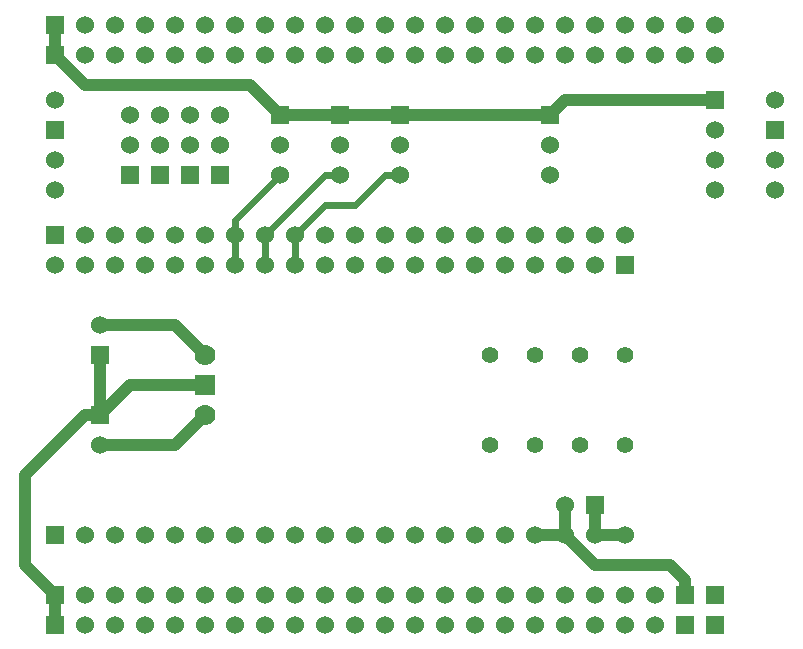
<source format=gbl>
G04 (created by PCBNEW-RS274X (2012-apr-16-27)-stable) date lun 12 may 2014 23:04:42 CEST*
G01*
G70*
G90*
%MOIN*%
G04 Gerber Fmt 3.4, Leading zero omitted, Abs format*
%FSLAX34Y34*%
G04 APERTURE LIST*
%ADD10C,0.000200*%
%ADD11R,0.060000X0.060000*%
%ADD12C,0.060000*%
%ADD13C,0.055000*%
%ADD14C,0.070000*%
%ADD15R,0.070000X0.070000*%
%ADD16C,0.039400*%
%ADD17C,0.023600*%
G04 APERTURE END LIST*
G54D10*
G54D11*
X80500Y-46000D03*
X80500Y-47000D03*
G54D12*
X85500Y-46000D03*
X81500Y-47000D03*
X86500Y-46000D03*
X82500Y-47000D03*
X87500Y-46000D03*
X83500Y-47000D03*
X88500Y-46000D03*
X84500Y-47000D03*
X89500Y-46000D03*
X85500Y-47000D03*
X90500Y-46000D03*
X86500Y-47000D03*
X91500Y-46000D03*
X87500Y-47000D03*
X92500Y-46000D03*
X88500Y-47000D03*
X93500Y-46000D03*
X89500Y-47000D03*
X94500Y-46000D03*
X90500Y-47000D03*
X95500Y-46000D03*
X91500Y-47000D03*
X92500Y-47000D03*
X96500Y-46000D03*
X93500Y-47000D03*
X95500Y-47000D03*
X96500Y-47000D03*
X97500Y-47000D03*
X98500Y-47000D03*
X97500Y-46000D03*
X98500Y-46000D03*
X81500Y-46000D03*
X82500Y-46000D03*
X83500Y-46000D03*
X84500Y-46000D03*
X99500Y-46000D03*
X99500Y-47000D03*
X94500Y-47000D03*
X100500Y-46000D03*
X100500Y-47000D03*
G54D11*
X101500Y-46000D03*
X101500Y-47000D03*
X102500Y-46000D03*
X102500Y-47000D03*
X80500Y-27000D03*
X80500Y-28000D03*
G54D12*
X85500Y-27000D03*
X81500Y-28000D03*
X86500Y-27000D03*
X82500Y-28000D03*
X87500Y-27000D03*
X83500Y-28000D03*
X88500Y-27000D03*
X84500Y-28000D03*
X89500Y-27000D03*
X85500Y-28000D03*
X90500Y-27000D03*
X86500Y-28000D03*
X91500Y-27000D03*
X87500Y-28000D03*
X92500Y-27000D03*
X88500Y-28000D03*
X93500Y-27000D03*
X89500Y-28000D03*
X94500Y-27000D03*
X90500Y-28000D03*
X95500Y-27000D03*
X91500Y-28000D03*
X92500Y-28000D03*
X96500Y-27000D03*
X93500Y-28000D03*
X95500Y-28000D03*
X96500Y-28000D03*
X97500Y-28000D03*
X98500Y-28000D03*
X97500Y-27000D03*
X98500Y-27000D03*
X81500Y-27000D03*
X82500Y-27000D03*
X83500Y-27000D03*
X84500Y-27000D03*
X99500Y-27000D03*
X99500Y-28000D03*
X94500Y-28000D03*
X100500Y-27000D03*
X100500Y-28000D03*
X101500Y-27000D03*
X101500Y-28000D03*
X102500Y-27000D03*
X102500Y-28000D03*
G54D11*
X84000Y-32000D03*
X83000Y-32000D03*
G54D12*
X84000Y-31000D03*
X83000Y-31000D03*
X84000Y-30000D03*
X83000Y-30000D03*
G54D11*
X86000Y-32000D03*
X85000Y-32000D03*
G54D12*
X86000Y-31000D03*
X85000Y-31000D03*
X86000Y-30000D03*
X85000Y-30000D03*
X90000Y-32000D03*
X90000Y-31000D03*
G54D11*
X90000Y-30000D03*
G54D12*
X92000Y-32000D03*
X92000Y-31000D03*
G54D11*
X92000Y-30000D03*
G54D13*
X98000Y-41000D03*
X98000Y-38000D03*
X95000Y-41000D03*
X95000Y-38000D03*
X99500Y-41000D03*
X99500Y-38000D03*
X96500Y-41000D03*
X96500Y-38000D03*
G54D12*
X102500Y-32500D03*
X102500Y-31500D03*
X102500Y-30500D03*
G54D11*
X102500Y-29500D03*
G54D12*
X80500Y-32500D03*
X80500Y-31500D03*
G54D11*
X80500Y-30500D03*
G54D12*
X80500Y-29500D03*
X104500Y-32500D03*
X104500Y-31500D03*
G54D11*
X104500Y-30500D03*
G54D12*
X104500Y-29500D03*
X88000Y-32000D03*
X88000Y-31000D03*
G54D11*
X88000Y-30000D03*
X97000Y-30000D03*
G54D12*
X97000Y-31000D03*
X97000Y-32000D03*
G54D11*
X98500Y-43000D03*
G54D12*
X97500Y-43000D03*
G54D11*
X80500Y-44000D03*
G54D12*
X85500Y-44000D03*
X86500Y-44000D03*
X87500Y-44000D03*
X88500Y-44000D03*
X89500Y-44000D03*
X90500Y-44000D03*
X91500Y-44000D03*
X92500Y-44000D03*
X93500Y-44000D03*
X94500Y-44000D03*
X95500Y-44000D03*
X96500Y-44000D03*
X97500Y-44000D03*
X98500Y-44000D03*
X81500Y-44000D03*
X82500Y-44000D03*
X83500Y-44000D03*
X84500Y-44000D03*
X99500Y-44000D03*
G54D11*
X80500Y-34000D03*
G54D12*
X85500Y-34000D03*
X86500Y-34000D03*
X87500Y-34000D03*
X88500Y-34000D03*
X89500Y-34000D03*
X90500Y-34000D03*
X91500Y-34000D03*
X92500Y-34000D03*
X93500Y-34000D03*
X94500Y-34000D03*
X95500Y-34000D03*
X96500Y-34000D03*
X97500Y-34000D03*
X98500Y-34000D03*
X81500Y-34000D03*
X82500Y-34000D03*
X83500Y-34000D03*
X84500Y-34000D03*
X99500Y-34000D03*
G54D11*
X99500Y-35000D03*
G54D12*
X94500Y-35000D03*
X93500Y-35000D03*
X92500Y-35000D03*
X91500Y-35000D03*
X90500Y-35000D03*
X89500Y-35000D03*
X88500Y-35000D03*
X87500Y-35000D03*
X86500Y-35000D03*
X85500Y-35000D03*
X84500Y-35000D03*
X83500Y-35000D03*
X82500Y-35000D03*
X81500Y-35000D03*
X98500Y-35000D03*
X97500Y-35000D03*
X96500Y-35000D03*
X95500Y-35000D03*
X80500Y-35000D03*
G54D14*
X85500Y-38000D03*
G54D15*
X85500Y-39000D03*
G54D14*
X85500Y-40000D03*
G54D12*
X82000Y-41000D03*
G54D11*
X82000Y-40000D03*
X82000Y-38000D03*
G54D12*
X82000Y-37000D03*
G54D16*
X82000Y-37000D02*
X84500Y-37000D01*
X84500Y-37000D02*
X85500Y-38000D01*
X98500Y-43000D02*
X98500Y-44000D01*
X98500Y-44000D02*
X99500Y-44000D01*
X82000Y-41000D02*
X84500Y-41000D01*
X84500Y-41000D02*
X85500Y-40000D01*
X80500Y-28000D02*
X81500Y-29000D01*
X87000Y-29000D02*
X88000Y-30000D01*
X81500Y-29000D02*
X87000Y-29000D01*
X88000Y-30000D02*
X90000Y-30000D01*
X90000Y-30000D02*
X92000Y-30000D01*
X92000Y-30000D02*
X97000Y-30000D01*
X97000Y-30000D02*
X97500Y-29500D01*
X97500Y-29500D02*
X102500Y-29500D01*
X96500Y-44000D02*
X97500Y-44000D01*
X101000Y-45000D02*
X98500Y-45000D01*
X81500Y-40000D02*
X79500Y-42000D01*
X79500Y-42000D02*
X79500Y-45000D01*
X80500Y-27000D02*
X80500Y-28000D01*
X82000Y-40000D02*
X83000Y-39000D01*
X82000Y-38000D02*
X82000Y-40000D01*
X82000Y-40000D02*
X81500Y-40000D01*
X97500Y-44000D02*
X97500Y-43000D01*
X98500Y-45000D02*
X97500Y-44000D01*
X101500Y-46000D02*
X101500Y-45500D01*
X79500Y-45000D02*
X80500Y-46000D01*
X101500Y-45500D02*
X101000Y-45000D01*
X83000Y-39000D02*
X85500Y-39000D01*
X80500Y-47000D02*
X80500Y-46000D01*
G54D17*
X88000Y-32000D02*
X86500Y-33500D01*
X86500Y-33500D02*
X86500Y-34000D01*
X86500Y-34000D02*
X86500Y-35000D01*
X86500Y-35000D02*
X86500Y-34000D01*
X92000Y-32000D02*
X91500Y-32000D01*
X89500Y-33000D02*
X88500Y-34000D01*
X90500Y-33000D02*
X89500Y-33000D01*
X91500Y-32000D02*
X90500Y-33000D01*
X88500Y-34000D02*
X88500Y-35000D01*
X90000Y-32000D02*
X89500Y-32000D01*
X89500Y-32000D02*
X87500Y-34000D01*
X87500Y-35000D02*
X87500Y-34000D01*
M02*

</source>
